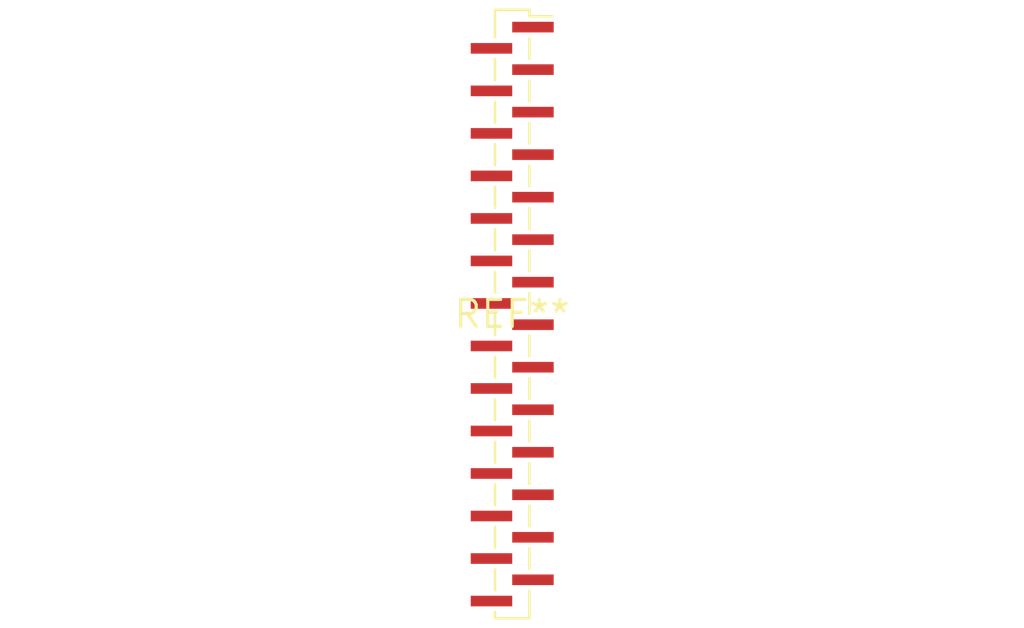
<source format=kicad_pcb>
(kicad_pcb (version 20240108) (generator pcbnew)
  (layers (0 "F.Cu" signal) (31 "B.Cu" signal) (34 "B.Paste" user) (35 "F.Paste" user) (36 "B.SilkS" user "B.Silkscreen") (37 "F.SilkS" user "F.Silkscreen") (38 "B.Mask" user) (39 "F.Mask" user) (44 "Edge.Cuts" user))
  (net 0 "")
  (footprint "PinSocket_1x28_P1.00mm_Vertical_SMD_Pin1Right" (layer "F.Cu") (at 0 0)
    (property "Reference" "REF**")
    (property "Value" "PinSocket_1x28_P1.00mm_Vertical_SMD_Pin1Right")
    (fp_line (start -0.81 -14.31) (end -0.81 -13.01) (layer "F.SilkS") (stroke (width 0.12)))
    (fp_line (start -0.81 -14.31) (end 0.81 -14.31) (layer "F.SilkS") (stroke (width 0.12)))
    (fp_line (start -0.81 -11.99) (end -0.81 -11.01) (layer "F.SilkS") (stroke (width 0.12)))
    (fp_line (start -0.81 -9.99) (end -0.81 -9.01) (layer "F.SilkS") (stroke (width 0.12)))
    (fp_line (start -0.81 -7.99) (end -0.81 -7.01) (layer "F.SilkS") (stroke (width 0.12)))
    (fp_line (start -0.81 -5.99) (end -0.81 -5.01) (layer "F.SilkS") (stroke (width 0.12)))
    (fp_line (start -0.81 -3.99) (end -0.81 -3.01) (layer "F.SilkS") (stroke (width 0.12)))
    (fp_line (start -0.81 -1.99) (end -0.81 -1.01) (layer "F.SilkS") (stroke (width 0.12)))
    (fp_line (start -0.81 0.01) (end -0.81 0.99) (layer "F.SilkS") (stroke (width 0.12)))
    (fp_line (start -0.81 2.01) (end -0.81 2.99) (layer "F.SilkS") (stroke (width 0.12)))
    (fp_line (start -0.81 4.01) (end -0.81 4.99) (layer "F.SilkS") (stroke (width 0.12)))
    (fp_line (start -0.81 6.01) (end -0.81 6.99) (layer "F.SilkS") (stroke (width 0.12)))
    (fp_line (start -0.81 8.01) (end -0.81 8.99) (layer "F.SilkS") (stroke (width 0.12)))
    (fp_line (start -0.81 10.01) (end -0.81 10.99) (layer "F.SilkS") (stroke (width 0.12)))
    (fp_line (start -0.81 12.01) (end -0.81 12.99) (layer "F.SilkS") (stroke (width 0.12)))
    (fp_line (start -0.81 14.01) (end -0.81 14.31) (layer "F.SilkS") (stroke (width 0.12)))
    (fp_line (start -0.81 14.31) (end 0.81 14.31) (layer "F.SilkS") (stroke (width 0.12)))
    (fp_line (start 0.81 -14.31) (end 0.81 -14.01) (layer "F.SilkS") (stroke (width 0.12)))
    (fp_line (start 0.81 -14.01) (end 1.89 -14.01) (layer "F.SilkS") (stroke (width 0.12)))
    (fp_line (start 0.81 -12.99) (end 0.81 -12.01) (layer "F.SilkS") (stroke (width 0.12)))
    (fp_line (start 0.81 -10.99) (end 0.81 -10.01) (layer "F.SilkS") (stroke (width 0.12)))
    (fp_line (start 0.81 -8.99) (end 0.81 -8.01) (layer "F.SilkS") (stroke (width 0.12)))
    (fp_line (start 0.81 -6.99) (end 0.81 -6.01) (layer "F.SilkS") (stroke (width 0.12)))
    (fp_line (start 0.81 -4.99) (end 0.81 -4.01) (layer "F.SilkS") (stroke (width 0.12)))
    (fp_line (start 0.81 -2.99) (end 0.81 -2.01) (layer "F.SilkS") (stroke (width 0.12)))
    (fp_line (start 0.81 -0.99) (end 0.81 -0.01) (layer "F.SilkS") (stroke (width 0.12)))
    (fp_line (start 0.81 1.01) (end 0.81 1.99) (layer "F.SilkS") (stroke (width 0.12)))
    (fp_line (start 0.81 3.01) (end 0.81 3.99) (layer "F.SilkS") (stroke (width 0.12)))
    (fp_line (start 0.81 5.01) (end 0.81 5.99) (layer "F.SilkS") (stroke (width 0.12)))
    (fp_line (start 0.81 7.01) (end 0.81 7.99) (layer "F.SilkS") (stroke (width 0.12)))
    (fp_line (start 0.81 9.01) (end 0.81 9.99) (layer "F.SilkS") (stroke (width 0.12)))
    (fp_line (start 0.81 11.01) (end 0.81 11.99) (layer "F.SilkS") (stroke (width 0.12)))
    (fp_line (start 0.81 13.01) (end 0.81 14.31) (layer "F.SilkS") (stroke (width 0.12)))
    (pad "1" smd rect (at 0.975 -13.5) (size 1.95 0.5) (layers "F.Cu" "F.Paste" "F.Mask"))
    (pad "2" smd rect (at -0.975 -12.5) (size 1.95 0.5) (layers "F.Cu" "F.Paste" "F.Mask"))
    (pad "3" smd rect (at 0.975 -11.5) (size 1.95 0.5) (layers "F.Cu" "F.Paste" "F.Mask"))
    (pad "4" smd rect (at -0.975 -10.5) (size 1.95 0.5) (layers "F.Cu" "F.Paste" "F.Mask"))
    (pad "5" smd rect (at 0.975 -9.5) (size 1.95 0.5) (layers "F.Cu" "F.Paste" "F.Mask"))
    (pad "6" smd rect (at -0.975 -8.5) (size 1.95 0.5) (layers "F.Cu" "F.Paste" "F.Mask"))
    (pad "7" smd rect (at 0.975 -7.5) (size 1.95 0.5) (layers "F.Cu" "F.Paste" "F.Mask"))
    (pad "8" smd rect (at -0.975 -6.5) (size 1.95 0.5) (layers "F.Cu" "F.Paste" "F.Mask"))
    (pad "9" smd rect (at 0.975 -5.5) (size 1.95 0.5) (layers "F.Cu" "F.Paste" "F.Mask"))
    (pad "10" smd rect (at -0.975 -4.5) (size 1.95 0.5) (layers "F.Cu" "F.Paste" "F.Mask"))
    (pad "11" smd rect (at 0.975 -3.5) (size 1.95 0.5) (layers "F.Cu" "F.Paste" "F.Mask"))
    (pad "12" smd rect (at -0.975 -2.5) (size 1.95 0.5) (layers "F.Cu" "F.Paste" "F.Mask"))
    (pad "13" smd rect (at 0.975 -1.5) (size 1.95 0.5) (layers "F.Cu" "F.Paste" "F.Mask"))
    (pad "14" smd rect (at -0.975 -0.5) (size 1.95 0.5) (layers "F.Cu" "F.Paste" "F.Mask"))
    (pad "15" smd rect (at 0.975 0.5) (size 1.95 0.5) (layers "F.Cu" "F.Paste" "F.Mask"))
    (pad "16" smd rect (at -0.975 1.5) (size 1.95 0.5) (layers "F.Cu" "F.Paste" "F.Mask"))
    (pad "17" smd rect (at 0.975 2.5) (size 1.95 0.5) (layers "F.Cu" "F.Paste" "F.Mask"))
    (pad "18" smd rect (at -0.975 3.5) (size 1.95 0.5) (layers "F.Cu" "F.Paste" "F.Mask"))
    (pad "19" smd rect (at 0.975 4.5) (size 1.95 0.5) (layers "F.Cu" "F.Paste" "F.Mask"))
    (pad "20" smd rect (at -0.975 5.5) (size 1.95 0.5) (layers "F.Cu" "F.Paste" "F.Mask"))
    (pad "21" smd rect (at 0.975 6.5) (size 1.95 0.5) (layers "F.Cu" "F.Paste" "F.Mask"))
    (pad "22" smd rect (at -0.975 7.5) (size 1.95 0.5) (layers "F.Cu" "F.Paste" "F.Mask"))
    (pad "23" smd rect (at 0.975 8.5) (size 1.95 0.5) (layers "F.Cu" "F.Paste" "F.Mask"))
    (pad "24" smd rect (at -0.975 9.5) (size 1.95 0.5) (layers "F.Cu" "F.Paste" "F.Mask"))
    (pad "25" smd rect (at 0.975 10.5) (size 1.95 0.5) (layers "F.Cu" "F.Paste" "F.Mask"))
    (pad "26" smd rect (at -0.975 11.5) (size 1.95 0.5) (layers "F.Cu" "F.Paste" "F.Mask"))
    (pad "27" smd rect (at 0.975 12.5) (size 1.95 0.5) (layers "F.Cu" "F.Paste" "F.Mask"))
    (pad "28" smd rect (at -0.975 13.5) (size 1.95 0.5) (layers "F.Cu" "F.Paste" "F.Mask"))
  )
)
</source>
